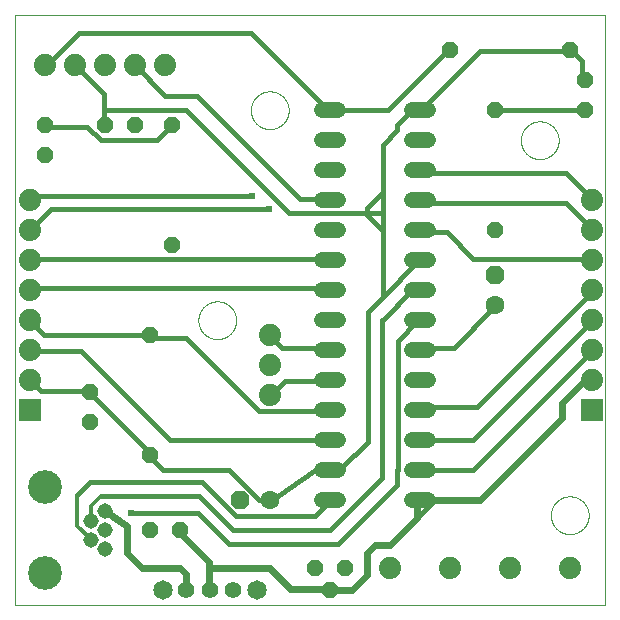
<source format=gtl>
G75*
%MOIN*%
%OFA0B0*%
%FSLAX25Y25*%
%IPPOS*%
%LPD*%
%AMOC8*
5,1,8,0,0,1.08239X$1,22.5*
%
%ADD10C,0.00000*%
%ADD11C,0.06300*%
%ADD12OC8,0.06300*%
%ADD13OC8,0.05200*%
%ADD14C,0.07400*%
%ADD15R,0.07400X0.07400*%
%ADD16C,0.05150*%
%ADD17C,0.11220*%
%ADD18C,0.05200*%
%ADD19C,0.05543*%
%ADD20C,0.06496*%
%ADD21C,0.01600*%
%ADD22C,0.02400*%
%ADD23C,0.01200*%
%ADD24C,0.02400*%
D10*
X0006014Y0002200D02*
X0202864Y0002200D01*
X0202864Y0199050D01*
X0006014Y0199050D01*
X0006014Y0002200D01*
X0067215Y0097200D02*
X0067217Y0097358D01*
X0067223Y0097516D01*
X0067233Y0097674D01*
X0067247Y0097832D01*
X0067265Y0097989D01*
X0067286Y0098146D01*
X0067312Y0098302D01*
X0067342Y0098458D01*
X0067375Y0098613D01*
X0067413Y0098766D01*
X0067454Y0098919D01*
X0067499Y0099071D01*
X0067548Y0099222D01*
X0067601Y0099371D01*
X0067657Y0099519D01*
X0067717Y0099665D01*
X0067781Y0099810D01*
X0067849Y0099953D01*
X0067920Y0100095D01*
X0067994Y0100235D01*
X0068072Y0100372D01*
X0068154Y0100508D01*
X0068238Y0100642D01*
X0068327Y0100773D01*
X0068418Y0100902D01*
X0068513Y0101029D01*
X0068610Y0101154D01*
X0068711Y0101276D01*
X0068815Y0101395D01*
X0068922Y0101512D01*
X0069032Y0101626D01*
X0069145Y0101737D01*
X0069260Y0101846D01*
X0069378Y0101951D01*
X0069499Y0102053D01*
X0069622Y0102153D01*
X0069748Y0102249D01*
X0069876Y0102342D01*
X0070006Y0102432D01*
X0070139Y0102518D01*
X0070274Y0102602D01*
X0070410Y0102681D01*
X0070549Y0102758D01*
X0070690Y0102830D01*
X0070832Y0102900D01*
X0070976Y0102965D01*
X0071122Y0103027D01*
X0071269Y0103085D01*
X0071418Y0103140D01*
X0071568Y0103191D01*
X0071719Y0103238D01*
X0071871Y0103281D01*
X0072024Y0103320D01*
X0072179Y0103356D01*
X0072334Y0103387D01*
X0072490Y0103415D01*
X0072646Y0103439D01*
X0072803Y0103459D01*
X0072961Y0103475D01*
X0073118Y0103487D01*
X0073277Y0103495D01*
X0073435Y0103499D01*
X0073593Y0103499D01*
X0073751Y0103495D01*
X0073910Y0103487D01*
X0074067Y0103475D01*
X0074225Y0103459D01*
X0074382Y0103439D01*
X0074538Y0103415D01*
X0074694Y0103387D01*
X0074849Y0103356D01*
X0075004Y0103320D01*
X0075157Y0103281D01*
X0075309Y0103238D01*
X0075460Y0103191D01*
X0075610Y0103140D01*
X0075759Y0103085D01*
X0075906Y0103027D01*
X0076052Y0102965D01*
X0076196Y0102900D01*
X0076338Y0102830D01*
X0076479Y0102758D01*
X0076618Y0102681D01*
X0076754Y0102602D01*
X0076889Y0102518D01*
X0077022Y0102432D01*
X0077152Y0102342D01*
X0077280Y0102249D01*
X0077406Y0102153D01*
X0077529Y0102053D01*
X0077650Y0101951D01*
X0077768Y0101846D01*
X0077883Y0101737D01*
X0077996Y0101626D01*
X0078106Y0101512D01*
X0078213Y0101395D01*
X0078317Y0101276D01*
X0078418Y0101154D01*
X0078515Y0101029D01*
X0078610Y0100902D01*
X0078701Y0100773D01*
X0078790Y0100642D01*
X0078874Y0100508D01*
X0078956Y0100372D01*
X0079034Y0100235D01*
X0079108Y0100095D01*
X0079179Y0099953D01*
X0079247Y0099810D01*
X0079311Y0099665D01*
X0079371Y0099519D01*
X0079427Y0099371D01*
X0079480Y0099222D01*
X0079529Y0099071D01*
X0079574Y0098919D01*
X0079615Y0098766D01*
X0079653Y0098613D01*
X0079686Y0098458D01*
X0079716Y0098302D01*
X0079742Y0098146D01*
X0079763Y0097989D01*
X0079781Y0097832D01*
X0079795Y0097674D01*
X0079805Y0097516D01*
X0079811Y0097358D01*
X0079813Y0097200D01*
X0079811Y0097042D01*
X0079805Y0096884D01*
X0079795Y0096726D01*
X0079781Y0096568D01*
X0079763Y0096411D01*
X0079742Y0096254D01*
X0079716Y0096098D01*
X0079686Y0095942D01*
X0079653Y0095787D01*
X0079615Y0095634D01*
X0079574Y0095481D01*
X0079529Y0095329D01*
X0079480Y0095178D01*
X0079427Y0095029D01*
X0079371Y0094881D01*
X0079311Y0094735D01*
X0079247Y0094590D01*
X0079179Y0094447D01*
X0079108Y0094305D01*
X0079034Y0094165D01*
X0078956Y0094028D01*
X0078874Y0093892D01*
X0078790Y0093758D01*
X0078701Y0093627D01*
X0078610Y0093498D01*
X0078515Y0093371D01*
X0078418Y0093246D01*
X0078317Y0093124D01*
X0078213Y0093005D01*
X0078106Y0092888D01*
X0077996Y0092774D01*
X0077883Y0092663D01*
X0077768Y0092554D01*
X0077650Y0092449D01*
X0077529Y0092347D01*
X0077406Y0092247D01*
X0077280Y0092151D01*
X0077152Y0092058D01*
X0077022Y0091968D01*
X0076889Y0091882D01*
X0076754Y0091798D01*
X0076618Y0091719D01*
X0076479Y0091642D01*
X0076338Y0091570D01*
X0076196Y0091500D01*
X0076052Y0091435D01*
X0075906Y0091373D01*
X0075759Y0091315D01*
X0075610Y0091260D01*
X0075460Y0091209D01*
X0075309Y0091162D01*
X0075157Y0091119D01*
X0075004Y0091080D01*
X0074849Y0091044D01*
X0074694Y0091013D01*
X0074538Y0090985D01*
X0074382Y0090961D01*
X0074225Y0090941D01*
X0074067Y0090925D01*
X0073910Y0090913D01*
X0073751Y0090905D01*
X0073593Y0090901D01*
X0073435Y0090901D01*
X0073277Y0090905D01*
X0073118Y0090913D01*
X0072961Y0090925D01*
X0072803Y0090941D01*
X0072646Y0090961D01*
X0072490Y0090985D01*
X0072334Y0091013D01*
X0072179Y0091044D01*
X0072024Y0091080D01*
X0071871Y0091119D01*
X0071719Y0091162D01*
X0071568Y0091209D01*
X0071418Y0091260D01*
X0071269Y0091315D01*
X0071122Y0091373D01*
X0070976Y0091435D01*
X0070832Y0091500D01*
X0070690Y0091570D01*
X0070549Y0091642D01*
X0070410Y0091719D01*
X0070274Y0091798D01*
X0070139Y0091882D01*
X0070006Y0091968D01*
X0069876Y0092058D01*
X0069748Y0092151D01*
X0069622Y0092247D01*
X0069499Y0092347D01*
X0069378Y0092449D01*
X0069260Y0092554D01*
X0069145Y0092663D01*
X0069032Y0092774D01*
X0068922Y0092888D01*
X0068815Y0093005D01*
X0068711Y0093124D01*
X0068610Y0093246D01*
X0068513Y0093371D01*
X0068418Y0093498D01*
X0068327Y0093627D01*
X0068238Y0093758D01*
X0068154Y0093892D01*
X0068072Y0094028D01*
X0067994Y0094165D01*
X0067920Y0094305D01*
X0067849Y0094447D01*
X0067781Y0094590D01*
X0067717Y0094735D01*
X0067657Y0094881D01*
X0067601Y0095029D01*
X0067548Y0095178D01*
X0067499Y0095329D01*
X0067454Y0095481D01*
X0067413Y0095634D01*
X0067375Y0095787D01*
X0067342Y0095942D01*
X0067312Y0096098D01*
X0067286Y0096254D01*
X0067265Y0096411D01*
X0067247Y0096568D01*
X0067233Y0096726D01*
X0067223Y0096884D01*
X0067217Y0097042D01*
X0067215Y0097200D01*
X0084715Y0167200D02*
X0084717Y0167358D01*
X0084723Y0167516D01*
X0084733Y0167674D01*
X0084747Y0167832D01*
X0084765Y0167989D01*
X0084786Y0168146D01*
X0084812Y0168302D01*
X0084842Y0168458D01*
X0084875Y0168613D01*
X0084913Y0168766D01*
X0084954Y0168919D01*
X0084999Y0169071D01*
X0085048Y0169222D01*
X0085101Y0169371D01*
X0085157Y0169519D01*
X0085217Y0169665D01*
X0085281Y0169810D01*
X0085349Y0169953D01*
X0085420Y0170095D01*
X0085494Y0170235D01*
X0085572Y0170372D01*
X0085654Y0170508D01*
X0085738Y0170642D01*
X0085827Y0170773D01*
X0085918Y0170902D01*
X0086013Y0171029D01*
X0086110Y0171154D01*
X0086211Y0171276D01*
X0086315Y0171395D01*
X0086422Y0171512D01*
X0086532Y0171626D01*
X0086645Y0171737D01*
X0086760Y0171846D01*
X0086878Y0171951D01*
X0086999Y0172053D01*
X0087122Y0172153D01*
X0087248Y0172249D01*
X0087376Y0172342D01*
X0087506Y0172432D01*
X0087639Y0172518D01*
X0087774Y0172602D01*
X0087910Y0172681D01*
X0088049Y0172758D01*
X0088190Y0172830D01*
X0088332Y0172900D01*
X0088476Y0172965D01*
X0088622Y0173027D01*
X0088769Y0173085D01*
X0088918Y0173140D01*
X0089068Y0173191D01*
X0089219Y0173238D01*
X0089371Y0173281D01*
X0089524Y0173320D01*
X0089679Y0173356D01*
X0089834Y0173387D01*
X0089990Y0173415D01*
X0090146Y0173439D01*
X0090303Y0173459D01*
X0090461Y0173475D01*
X0090618Y0173487D01*
X0090777Y0173495D01*
X0090935Y0173499D01*
X0091093Y0173499D01*
X0091251Y0173495D01*
X0091410Y0173487D01*
X0091567Y0173475D01*
X0091725Y0173459D01*
X0091882Y0173439D01*
X0092038Y0173415D01*
X0092194Y0173387D01*
X0092349Y0173356D01*
X0092504Y0173320D01*
X0092657Y0173281D01*
X0092809Y0173238D01*
X0092960Y0173191D01*
X0093110Y0173140D01*
X0093259Y0173085D01*
X0093406Y0173027D01*
X0093552Y0172965D01*
X0093696Y0172900D01*
X0093838Y0172830D01*
X0093979Y0172758D01*
X0094118Y0172681D01*
X0094254Y0172602D01*
X0094389Y0172518D01*
X0094522Y0172432D01*
X0094652Y0172342D01*
X0094780Y0172249D01*
X0094906Y0172153D01*
X0095029Y0172053D01*
X0095150Y0171951D01*
X0095268Y0171846D01*
X0095383Y0171737D01*
X0095496Y0171626D01*
X0095606Y0171512D01*
X0095713Y0171395D01*
X0095817Y0171276D01*
X0095918Y0171154D01*
X0096015Y0171029D01*
X0096110Y0170902D01*
X0096201Y0170773D01*
X0096290Y0170642D01*
X0096374Y0170508D01*
X0096456Y0170372D01*
X0096534Y0170235D01*
X0096608Y0170095D01*
X0096679Y0169953D01*
X0096747Y0169810D01*
X0096811Y0169665D01*
X0096871Y0169519D01*
X0096927Y0169371D01*
X0096980Y0169222D01*
X0097029Y0169071D01*
X0097074Y0168919D01*
X0097115Y0168766D01*
X0097153Y0168613D01*
X0097186Y0168458D01*
X0097216Y0168302D01*
X0097242Y0168146D01*
X0097263Y0167989D01*
X0097281Y0167832D01*
X0097295Y0167674D01*
X0097305Y0167516D01*
X0097311Y0167358D01*
X0097313Y0167200D01*
X0097311Y0167042D01*
X0097305Y0166884D01*
X0097295Y0166726D01*
X0097281Y0166568D01*
X0097263Y0166411D01*
X0097242Y0166254D01*
X0097216Y0166098D01*
X0097186Y0165942D01*
X0097153Y0165787D01*
X0097115Y0165634D01*
X0097074Y0165481D01*
X0097029Y0165329D01*
X0096980Y0165178D01*
X0096927Y0165029D01*
X0096871Y0164881D01*
X0096811Y0164735D01*
X0096747Y0164590D01*
X0096679Y0164447D01*
X0096608Y0164305D01*
X0096534Y0164165D01*
X0096456Y0164028D01*
X0096374Y0163892D01*
X0096290Y0163758D01*
X0096201Y0163627D01*
X0096110Y0163498D01*
X0096015Y0163371D01*
X0095918Y0163246D01*
X0095817Y0163124D01*
X0095713Y0163005D01*
X0095606Y0162888D01*
X0095496Y0162774D01*
X0095383Y0162663D01*
X0095268Y0162554D01*
X0095150Y0162449D01*
X0095029Y0162347D01*
X0094906Y0162247D01*
X0094780Y0162151D01*
X0094652Y0162058D01*
X0094522Y0161968D01*
X0094389Y0161882D01*
X0094254Y0161798D01*
X0094118Y0161719D01*
X0093979Y0161642D01*
X0093838Y0161570D01*
X0093696Y0161500D01*
X0093552Y0161435D01*
X0093406Y0161373D01*
X0093259Y0161315D01*
X0093110Y0161260D01*
X0092960Y0161209D01*
X0092809Y0161162D01*
X0092657Y0161119D01*
X0092504Y0161080D01*
X0092349Y0161044D01*
X0092194Y0161013D01*
X0092038Y0160985D01*
X0091882Y0160961D01*
X0091725Y0160941D01*
X0091567Y0160925D01*
X0091410Y0160913D01*
X0091251Y0160905D01*
X0091093Y0160901D01*
X0090935Y0160901D01*
X0090777Y0160905D01*
X0090618Y0160913D01*
X0090461Y0160925D01*
X0090303Y0160941D01*
X0090146Y0160961D01*
X0089990Y0160985D01*
X0089834Y0161013D01*
X0089679Y0161044D01*
X0089524Y0161080D01*
X0089371Y0161119D01*
X0089219Y0161162D01*
X0089068Y0161209D01*
X0088918Y0161260D01*
X0088769Y0161315D01*
X0088622Y0161373D01*
X0088476Y0161435D01*
X0088332Y0161500D01*
X0088190Y0161570D01*
X0088049Y0161642D01*
X0087910Y0161719D01*
X0087774Y0161798D01*
X0087639Y0161882D01*
X0087506Y0161968D01*
X0087376Y0162058D01*
X0087248Y0162151D01*
X0087122Y0162247D01*
X0086999Y0162347D01*
X0086878Y0162449D01*
X0086760Y0162554D01*
X0086645Y0162663D01*
X0086532Y0162774D01*
X0086422Y0162888D01*
X0086315Y0163005D01*
X0086211Y0163124D01*
X0086110Y0163246D01*
X0086013Y0163371D01*
X0085918Y0163498D01*
X0085827Y0163627D01*
X0085738Y0163758D01*
X0085654Y0163892D01*
X0085572Y0164028D01*
X0085494Y0164165D01*
X0085420Y0164305D01*
X0085349Y0164447D01*
X0085281Y0164590D01*
X0085217Y0164735D01*
X0085157Y0164881D01*
X0085101Y0165029D01*
X0085048Y0165178D01*
X0084999Y0165329D01*
X0084954Y0165481D01*
X0084913Y0165634D01*
X0084875Y0165787D01*
X0084842Y0165942D01*
X0084812Y0166098D01*
X0084786Y0166254D01*
X0084765Y0166411D01*
X0084747Y0166568D01*
X0084733Y0166726D01*
X0084723Y0166884D01*
X0084717Y0167042D01*
X0084715Y0167200D01*
X0174715Y0157200D02*
X0174717Y0157358D01*
X0174723Y0157516D01*
X0174733Y0157674D01*
X0174747Y0157832D01*
X0174765Y0157989D01*
X0174786Y0158146D01*
X0174812Y0158302D01*
X0174842Y0158458D01*
X0174875Y0158613D01*
X0174913Y0158766D01*
X0174954Y0158919D01*
X0174999Y0159071D01*
X0175048Y0159222D01*
X0175101Y0159371D01*
X0175157Y0159519D01*
X0175217Y0159665D01*
X0175281Y0159810D01*
X0175349Y0159953D01*
X0175420Y0160095D01*
X0175494Y0160235D01*
X0175572Y0160372D01*
X0175654Y0160508D01*
X0175738Y0160642D01*
X0175827Y0160773D01*
X0175918Y0160902D01*
X0176013Y0161029D01*
X0176110Y0161154D01*
X0176211Y0161276D01*
X0176315Y0161395D01*
X0176422Y0161512D01*
X0176532Y0161626D01*
X0176645Y0161737D01*
X0176760Y0161846D01*
X0176878Y0161951D01*
X0176999Y0162053D01*
X0177122Y0162153D01*
X0177248Y0162249D01*
X0177376Y0162342D01*
X0177506Y0162432D01*
X0177639Y0162518D01*
X0177774Y0162602D01*
X0177910Y0162681D01*
X0178049Y0162758D01*
X0178190Y0162830D01*
X0178332Y0162900D01*
X0178476Y0162965D01*
X0178622Y0163027D01*
X0178769Y0163085D01*
X0178918Y0163140D01*
X0179068Y0163191D01*
X0179219Y0163238D01*
X0179371Y0163281D01*
X0179524Y0163320D01*
X0179679Y0163356D01*
X0179834Y0163387D01*
X0179990Y0163415D01*
X0180146Y0163439D01*
X0180303Y0163459D01*
X0180461Y0163475D01*
X0180618Y0163487D01*
X0180777Y0163495D01*
X0180935Y0163499D01*
X0181093Y0163499D01*
X0181251Y0163495D01*
X0181410Y0163487D01*
X0181567Y0163475D01*
X0181725Y0163459D01*
X0181882Y0163439D01*
X0182038Y0163415D01*
X0182194Y0163387D01*
X0182349Y0163356D01*
X0182504Y0163320D01*
X0182657Y0163281D01*
X0182809Y0163238D01*
X0182960Y0163191D01*
X0183110Y0163140D01*
X0183259Y0163085D01*
X0183406Y0163027D01*
X0183552Y0162965D01*
X0183696Y0162900D01*
X0183838Y0162830D01*
X0183979Y0162758D01*
X0184118Y0162681D01*
X0184254Y0162602D01*
X0184389Y0162518D01*
X0184522Y0162432D01*
X0184652Y0162342D01*
X0184780Y0162249D01*
X0184906Y0162153D01*
X0185029Y0162053D01*
X0185150Y0161951D01*
X0185268Y0161846D01*
X0185383Y0161737D01*
X0185496Y0161626D01*
X0185606Y0161512D01*
X0185713Y0161395D01*
X0185817Y0161276D01*
X0185918Y0161154D01*
X0186015Y0161029D01*
X0186110Y0160902D01*
X0186201Y0160773D01*
X0186290Y0160642D01*
X0186374Y0160508D01*
X0186456Y0160372D01*
X0186534Y0160235D01*
X0186608Y0160095D01*
X0186679Y0159953D01*
X0186747Y0159810D01*
X0186811Y0159665D01*
X0186871Y0159519D01*
X0186927Y0159371D01*
X0186980Y0159222D01*
X0187029Y0159071D01*
X0187074Y0158919D01*
X0187115Y0158766D01*
X0187153Y0158613D01*
X0187186Y0158458D01*
X0187216Y0158302D01*
X0187242Y0158146D01*
X0187263Y0157989D01*
X0187281Y0157832D01*
X0187295Y0157674D01*
X0187305Y0157516D01*
X0187311Y0157358D01*
X0187313Y0157200D01*
X0187311Y0157042D01*
X0187305Y0156884D01*
X0187295Y0156726D01*
X0187281Y0156568D01*
X0187263Y0156411D01*
X0187242Y0156254D01*
X0187216Y0156098D01*
X0187186Y0155942D01*
X0187153Y0155787D01*
X0187115Y0155634D01*
X0187074Y0155481D01*
X0187029Y0155329D01*
X0186980Y0155178D01*
X0186927Y0155029D01*
X0186871Y0154881D01*
X0186811Y0154735D01*
X0186747Y0154590D01*
X0186679Y0154447D01*
X0186608Y0154305D01*
X0186534Y0154165D01*
X0186456Y0154028D01*
X0186374Y0153892D01*
X0186290Y0153758D01*
X0186201Y0153627D01*
X0186110Y0153498D01*
X0186015Y0153371D01*
X0185918Y0153246D01*
X0185817Y0153124D01*
X0185713Y0153005D01*
X0185606Y0152888D01*
X0185496Y0152774D01*
X0185383Y0152663D01*
X0185268Y0152554D01*
X0185150Y0152449D01*
X0185029Y0152347D01*
X0184906Y0152247D01*
X0184780Y0152151D01*
X0184652Y0152058D01*
X0184522Y0151968D01*
X0184389Y0151882D01*
X0184254Y0151798D01*
X0184118Y0151719D01*
X0183979Y0151642D01*
X0183838Y0151570D01*
X0183696Y0151500D01*
X0183552Y0151435D01*
X0183406Y0151373D01*
X0183259Y0151315D01*
X0183110Y0151260D01*
X0182960Y0151209D01*
X0182809Y0151162D01*
X0182657Y0151119D01*
X0182504Y0151080D01*
X0182349Y0151044D01*
X0182194Y0151013D01*
X0182038Y0150985D01*
X0181882Y0150961D01*
X0181725Y0150941D01*
X0181567Y0150925D01*
X0181410Y0150913D01*
X0181251Y0150905D01*
X0181093Y0150901D01*
X0180935Y0150901D01*
X0180777Y0150905D01*
X0180618Y0150913D01*
X0180461Y0150925D01*
X0180303Y0150941D01*
X0180146Y0150961D01*
X0179990Y0150985D01*
X0179834Y0151013D01*
X0179679Y0151044D01*
X0179524Y0151080D01*
X0179371Y0151119D01*
X0179219Y0151162D01*
X0179068Y0151209D01*
X0178918Y0151260D01*
X0178769Y0151315D01*
X0178622Y0151373D01*
X0178476Y0151435D01*
X0178332Y0151500D01*
X0178190Y0151570D01*
X0178049Y0151642D01*
X0177910Y0151719D01*
X0177774Y0151798D01*
X0177639Y0151882D01*
X0177506Y0151968D01*
X0177376Y0152058D01*
X0177248Y0152151D01*
X0177122Y0152247D01*
X0176999Y0152347D01*
X0176878Y0152449D01*
X0176760Y0152554D01*
X0176645Y0152663D01*
X0176532Y0152774D01*
X0176422Y0152888D01*
X0176315Y0153005D01*
X0176211Y0153124D01*
X0176110Y0153246D01*
X0176013Y0153371D01*
X0175918Y0153498D01*
X0175827Y0153627D01*
X0175738Y0153758D01*
X0175654Y0153892D01*
X0175572Y0154028D01*
X0175494Y0154165D01*
X0175420Y0154305D01*
X0175349Y0154447D01*
X0175281Y0154590D01*
X0175217Y0154735D01*
X0175157Y0154881D01*
X0175101Y0155029D01*
X0175048Y0155178D01*
X0174999Y0155329D01*
X0174954Y0155481D01*
X0174913Y0155634D01*
X0174875Y0155787D01*
X0174842Y0155942D01*
X0174812Y0156098D01*
X0174786Y0156254D01*
X0174765Y0156411D01*
X0174747Y0156568D01*
X0174733Y0156726D01*
X0174723Y0156884D01*
X0174717Y0157042D01*
X0174715Y0157200D01*
X0184715Y0032200D02*
X0184717Y0032358D01*
X0184723Y0032516D01*
X0184733Y0032674D01*
X0184747Y0032832D01*
X0184765Y0032989D01*
X0184786Y0033146D01*
X0184812Y0033302D01*
X0184842Y0033458D01*
X0184875Y0033613D01*
X0184913Y0033766D01*
X0184954Y0033919D01*
X0184999Y0034071D01*
X0185048Y0034222D01*
X0185101Y0034371D01*
X0185157Y0034519D01*
X0185217Y0034665D01*
X0185281Y0034810D01*
X0185349Y0034953D01*
X0185420Y0035095D01*
X0185494Y0035235D01*
X0185572Y0035372D01*
X0185654Y0035508D01*
X0185738Y0035642D01*
X0185827Y0035773D01*
X0185918Y0035902D01*
X0186013Y0036029D01*
X0186110Y0036154D01*
X0186211Y0036276D01*
X0186315Y0036395D01*
X0186422Y0036512D01*
X0186532Y0036626D01*
X0186645Y0036737D01*
X0186760Y0036846D01*
X0186878Y0036951D01*
X0186999Y0037053D01*
X0187122Y0037153D01*
X0187248Y0037249D01*
X0187376Y0037342D01*
X0187506Y0037432D01*
X0187639Y0037518D01*
X0187774Y0037602D01*
X0187910Y0037681D01*
X0188049Y0037758D01*
X0188190Y0037830D01*
X0188332Y0037900D01*
X0188476Y0037965D01*
X0188622Y0038027D01*
X0188769Y0038085D01*
X0188918Y0038140D01*
X0189068Y0038191D01*
X0189219Y0038238D01*
X0189371Y0038281D01*
X0189524Y0038320D01*
X0189679Y0038356D01*
X0189834Y0038387D01*
X0189990Y0038415D01*
X0190146Y0038439D01*
X0190303Y0038459D01*
X0190461Y0038475D01*
X0190618Y0038487D01*
X0190777Y0038495D01*
X0190935Y0038499D01*
X0191093Y0038499D01*
X0191251Y0038495D01*
X0191410Y0038487D01*
X0191567Y0038475D01*
X0191725Y0038459D01*
X0191882Y0038439D01*
X0192038Y0038415D01*
X0192194Y0038387D01*
X0192349Y0038356D01*
X0192504Y0038320D01*
X0192657Y0038281D01*
X0192809Y0038238D01*
X0192960Y0038191D01*
X0193110Y0038140D01*
X0193259Y0038085D01*
X0193406Y0038027D01*
X0193552Y0037965D01*
X0193696Y0037900D01*
X0193838Y0037830D01*
X0193979Y0037758D01*
X0194118Y0037681D01*
X0194254Y0037602D01*
X0194389Y0037518D01*
X0194522Y0037432D01*
X0194652Y0037342D01*
X0194780Y0037249D01*
X0194906Y0037153D01*
X0195029Y0037053D01*
X0195150Y0036951D01*
X0195268Y0036846D01*
X0195383Y0036737D01*
X0195496Y0036626D01*
X0195606Y0036512D01*
X0195713Y0036395D01*
X0195817Y0036276D01*
X0195918Y0036154D01*
X0196015Y0036029D01*
X0196110Y0035902D01*
X0196201Y0035773D01*
X0196290Y0035642D01*
X0196374Y0035508D01*
X0196456Y0035372D01*
X0196534Y0035235D01*
X0196608Y0035095D01*
X0196679Y0034953D01*
X0196747Y0034810D01*
X0196811Y0034665D01*
X0196871Y0034519D01*
X0196927Y0034371D01*
X0196980Y0034222D01*
X0197029Y0034071D01*
X0197074Y0033919D01*
X0197115Y0033766D01*
X0197153Y0033613D01*
X0197186Y0033458D01*
X0197216Y0033302D01*
X0197242Y0033146D01*
X0197263Y0032989D01*
X0197281Y0032832D01*
X0197295Y0032674D01*
X0197305Y0032516D01*
X0197311Y0032358D01*
X0197313Y0032200D01*
X0197311Y0032042D01*
X0197305Y0031884D01*
X0197295Y0031726D01*
X0197281Y0031568D01*
X0197263Y0031411D01*
X0197242Y0031254D01*
X0197216Y0031098D01*
X0197186Y0030942D01*
X0197153Y0030787D01*
X0197115Y0030634D01*
X0197074Y0030481D01*
X0197029Y0030329D01*
X0196980Y0030178D01*
X0196927Y0030029D01*
X0196871Y0029881D01*
X0196811Y0029735D01*
X0196747Y0029590D01*
X0196679Y0029447D01*
X0196608Y0029305D01*
X0196534Y0029165D01*
X0196456Y0029028D01*
X0196374Y0028892D01*
X0196290Y0028758D01*
X0196201Y0028627D01*
X0196110Y0028498D01*
X0196015Y0028371D01*
X0195918Y0028246D01*
X0195817Y0028124D01*
X0195713Y0028005D01*
X0195606Y0027888D01*
X0195496Y0027774D01*
X0195383Y0027663D01*
X0195268Y0027554D01*
X0195150Y0027449D01*
X0195029Y0027347D01*
X0194906Y0027247D01*
X0194780Y0027151D01*
X0194652Y0027058D01*
X0194522Y0026968D01*
X0194389Y0026882D01*
X0194254Y0026798D01*
X0194118Y0026719D01*
X0193979Y0026642D01*
X0193838Y0026570D01*
X0193696Y0026500D01*
X0193552Y0026435D01*
X0193406Y0026373D01*
X0193259Y0026315D01*
X0193110Y0026260D01*
X0192960Y0026209D01*
X0192809Y0026162D01*
X0192657Y0026119D01*
X0192504Y0026080D01*
X0192349Y0026044D01*
X0192194Y0026013D01*
X0192038Y0025985D01*
X0191882Y0025961D01*
X0191725Y0025941D01*
X0191567Y0025925D01*
X0191410Y0025913D01*
X0191251Y0025905D01*
X0191093Y0025901D01*
X0190935Y0025901D01*
X0190777Y0025905D01*
X0190618Y0025913D01*
X0190461Y0025925D01*
X0190303Y0025941D01*
X0190146Y0025961D01*
X0189990Y0025985D01*
X0189834Y0026013D01*
X0189679Y0026044D01*
X0189524Y0026080D01*
X0189371Y0026119D01*
X0189219Y0026162D01*
X0189068Y0026209D01*
X0188918Y0026260D01*
X0188769Y0026315D01*
X0188622Y0026373D01*
X0188476Y0026435D01*
X0188332Y0026500D01*
X0188190Y0026570D01*
X0188049Y0026642D01*
X0187910Y0026719D01*
X0187774Y0026798D01*
X0187639Y0026882D01*
X0187506Y0026968D01*
X0187376Y0027058D01*
X0187248Y0027151D01*
X0187122Y0027247D01*
X0186999Y0027347D01*
X0186878Y0027449D01*
X0186760Y0027554D01*
X0186645Y0027663D01*
X0186532Y0027774D01*
X0186422Y0027888D01*
X0186315Y0028005D01*
X0186211Y0028124D01*
X0186110Y0028246D01*
X0186013Y0028371D01*
X0185918Y0028498D01*
X0185827Y0028627D01*
X0185738Y0028758D01*
X0185654Y0028892D01*
X0185572Y0029028D01*
X0185494Y0029165D01*
X0185420Y0029305D01*
X0185349Y0029447D01*
X0185281Y0029590D01*
X0185217Y0029735D01*
X0185157Y0029881D01*
X0185101Y0030029D01*
X0185048Y0030178D01*
X0184999Y0030329D01*
X0184954Y0030481D01*
X0184913Y0030634D01*
X0184875Y0030787D01*
X0184842Y0030942D01*
X0184812Y0031098D01*
X0184786Y0031254D01*
X0184765Y0031411D01*
X0184747Y0031568D01*
X0184733Y0031726D01*
X0184723Y0031884D01*
X0184717Y0032042D01*
X0184715Y0032200D01*
D11*
X0166014Y0102200D03*
X0091014Y0037200D03*
D12*
X0081014Y0037200D03*
X0166014Y0112200D03*
D13*
X0166014Y0127200D03*
X0166014Y0167200D03*
X0151014Y0187200D03*
X0191014Y0187200D03*
X0196014Y0177200D03*
X0196014Y0167200D03*
X0058514Y0162200D03*
X0046014Y0162200D03*
X0036014Y0162200D03*
X0016014Y0162200D03*
X0016014Y0152200D03*
X0058514Y0122200D03*
X0051014Y0092200D03*
X0031014Y0073263D03*
X0031014Y0063263D03*
X0051014Y0052200D03*
X0051014Y0027200D03*
X0061014Y0027200D03*
X0106014Y0014700D03*
X0111014Y0007200D03*
X0116014Y0014700D03*
D14*
X0131014Y0014700D03*
X0151014Y0014700D03*
X0171014Y0014700D03*
X0191014Y0014700D03*
X0198514Y0077200D03*
X0198514Y0087200D03*
X0198514Y0097200D03*
X0198514Y0107200D03*
X0198514Y0117200D03*
X0198514Y0127200D03*
X0198514Y0137200D03*
X0091014Y0092200D03*
X0091014Y0082200D03*
X0091014Y0072200D03*
X0011014Y0077200D03*
X0011014Y0087200D03*
X0011014Y0097200D03*
X0011014Y0107200D03*
X0011014Y0117200D03*
X0011014Y0127200D03*
X0011014Y0137200D03*
X0016014Y0182200D03*
X0026014Y0182200D03*
X0036014Y0182200D03*
X0046014Y0182200D03*
X0056014Y0182200D03*
D15*
X0011014Y0067200D03*
X0198514Y0067200D03*
D16*
X0036093Y0033499D03*
X0031368Y0030350D03*
X0036093Y0027200D03*
X0031368Y0024050D03*
X0036093Y0020901D03*
D17*
X0016014Y0012830D03*
X0016014Y0041570D03*
D18*
X0108414Y0037200D02*
X0113614Y0037200D01*
X0113614Y0047200D02*
X0108414Y0047200D01*
X0108414Y0057200D02*
X0113614Y0057200D01*
X0113614Y0067200D02*
X0108414Y0067200D01*
X0108414Y0077200D02*
X0113614Y0077200D01*
X0113614Y0087200D02*
X0108414Y0087200D01*
X0108414Y0097200D02*
X0113614Y0097200D01*
X0113614Y0107200D02*
X0108414Y0107200D01*
X0108414Y0117200D02*
X0113614Y0117200D01*
X0113614Y0127200D02*
X0108414Y0127200D01*
X0108414Y0137200D02*
X0113614Y0137200D01*
X0113614Y0147200D02*
X0108414Y0147200D01*
X0108414Y0157200D02*
X0113614Y0157200D01*
X0113614Y0167200D02*
X0108414Y0167200D01*
X0138414Y0167200D02*
X0143614Y0167200D01*
X0143614Y0157200D02*
X0138414Y0157200D01*
X0138414Y0147200D02*
X0143614Y0147200D01*
X0143614Y0137200D02*
X0138414Y0137200D01*
X0138414Y0127200D02*
X0143614Y0127200D01*
X0143614Y0117200D02*
X0138414Y0117200D01*
X0138414Y0107200D02*
X0143614Y0107200D01*
X0143614Y0097200D02*
X0138414Y0097200D01*
X0138414Y0087200D02*
X0143614Y0087200D01*
X0143614Y0077200D02*
X0138414Y0077200D01*
X0138414Y0067200D02*
X0143614Y0067200D01*
X0143614Y0057200D02*
X0138414Y0057200D01*
X0138414Y0047200D02*
X0143614Y0047200D01*
X0143614Y0037200D02*
X0138414Y0037200D01*
D19*
X0078888Y0007200D03*
X0071014Y0007200D03*
X0063140Y0007200D03*
D20*
X0055266Y0007200D03*
X0086762Y0007200D03*
D21*
X0071014Y0007200D02*
X0070914Y0007700D01*
X0077514Y0022500D02*
X0067014Y0033000D01*
X0044814Y0033000D01*
X0034614Y0038500D02*
X0067314Y0038500D01*
X0078614Y0027200D01*
X0111014Y0027200D01*
X0128514Y0044700D01*
X0128514Y0097286D01*
X0128600Y0097286D01*
X0138514Y0107200D01*
X0141014Y0107200D01*
X0140214Y0116600D02*
X0141014Y0117200D01*
X0140214Y0116600D02*
X0128614Y0105000D01*
X0128614Y0133100D01*
X0097314Y0133100D01*
X0063214Y0167200D01*
X0035714Y0167200D01*
X0035714Y0162800D01*
X0036014Y0162200D01*
X0034614Y0157300D02*
X0053314Y0157300D01*
X0057714Y0161700D01*
X0058514Y0162200D01*
X0057714Y0162800D01*
X0056114Y0172100D02*
X0046014Y0182200D01*
X0035714Y0172700D02*
X0026914Y0181500D01*
X0026014Y0182200D01*
X0017014Y0182600D02*
X0016014Y0182200D01*
X0017014Y0182600D02*
X0027514Y0193100D01*
X0084614Y0193100D01*
X0110514Y0167200D01*
X0111014Y0167200D01*
X0130314Y0167200D01*
X0150114Y0187000D01*
X0151014Y0187200D01*
X0161114Y0187000D02*
X0141314Y0167200D01*
X0141014Y0167200D01*
X0138514Y0167200D01*
X0133514Y0162200D01*
X0133514Y0160500D01*
X0128614Y0155600D01*
X0128614Y0133100D01*
X0123514Y0132200D02*
X0123514Y0134700D01*
X0128514Y0139700D01*
X0123514Y0132200D02*
X0128514Y0127200D01*
X0141014Y0127200D02*
X0141314Y0126500D01*
X0150014Y0126500D01*
X0158814Y0117700D01*
X0198514Y0117700D01*
X0198514Y0117200D01*
X0198514Y0107200D02*
X0198514Y0106700D01*
X0160014Y0068200D01*
X0141314Y0068200D01*
X0141014Y0067200D01*
X0141014Y0057200D02*
X0158914Y0057200D01*
X0198514Y0096800D01*
X0198514Y0097200D01*
X0198514Y0087200D02*
X0198514Y0086900D01*
X0158914Y0047300D01*
X0141314Y0047300D01*
X0141014Y0047200D01*
X0133614Y0047300D02*
X0133514Y0047200D01*
X0133514Y0042200D01*
X0113814Y0022500D01*
X0077514Y0022500D01*
X0079714Y0031900D02*
X0106114Y0031900D01*
X0110514Y0036300D01*
X0111014Y0037200D01*
X0111014Y0047200D02*
X0111614Y0047300D01*
X0111614Y0047800D01*
X0107214Y0047800D01*
X0091814Y0037400D01*
X0091014Y0037200D01*
X0090714Y0037400D01*
X0087414Y0037400D01*
X0077514Y0047300D01*
X0055514Y0047300D01*
X0051114Y0051700D01*
X0051014Y0052200D01*
X0051114Y0052800D01*
X0031314Y0072600D01*
X0031014Y0073263D01*
X0030214Y0073700D01*
X0014814Y0073700D01*
X0011514Y0077000D01*
X0011014Y0077200D01*
X0011514Y0086900D02*
X0011014Y0087200D01*
X0011514Y0086900D02*
X0028014Y0086900D01*
X0057714Y0057200D01*
X0111014Y0057200D01*
X0111614Y0047800D02*
X0114914Y0047800D01*
X0123714Y0056600D01*
X0123714Y0100100D01*
X0128614Y0105000D01*
X0140214Y0096800D02*
X0141014Y0097200D01*
X0140214Y0096800D02*
X0133614Y0090200D01*
X0133614Y0047300D01*
X0141014Y0037200D02*
X0141314Y0037400D01*
X0141014Y0037200D02*
X0140214Y0036300D01*
X0141014Y0032200D02*
X0146014Y0037200D01*
X0111014Y0007200D02*
X0110514Y0007700D01*
X0079714Y0031900D02*
X0068414Y0043200D01*
X0031014Y0043200D01*
X0026914Y0039100D01*
X0031314Y0030800D02*
X0031368Y0030350D01*
X0031314Y0024200D02*
X0031368Y0024050D01*
X0087414Y0067100D02*
X0110514Y0067100D01*
X0111014Y0067200D01*
X0110514Y0077000D02*
X0111014Y0077200D01*
X0110514Y0077000D02*
X0096214Y0077000D01*
X0091814Y0072600D01*
X0091014Y0072200D01*
X0087414Y0067100D02*
X0063214Y0091300D01*
X0051114Y0091300D01*
X0051014Y0092200D01*
X0050014Y0092400D01*
X0015914Y0092400D01*
X0011514Y0096800D01*
X0011014Y0097200D01*
X0011014Y0107200D02*
X0011514Y0107800D01*
X0110514Y0107800D01*
X0111014Y0107200D01*
X0111014Y0117200D02*
X0110514Y0117700D01*
X0011514Y0117700D01*
X0011014Y0117200D01*
X0011014Y0127200D02*
X0011514Y0127600D01*
X0018114Y0134200D01*
X0090714Y0134200D01*
X0085214Y0138600D02*
X0012614Y0138600D01*
X0011514Y0137500D01*
X0011014Y0137200D01*
X0034614Y0157300D02*
X0030214Y0161700D01*
X0017014Y0161700D01*
X0016014Y0162200D01*
X0035714Y0167200D02*
X0035714Y0172700D01*
X0056114Y0172100D02*
X0066614Y0172100D01*
X0101214Y0137500D01*
X0110514Y0137500D01*
X0111014Y0137200D01*
X0141014Y0137200D02*
X0141314Y0136400D01*
X0189714Y0136400D01*
X0198514Y0127600D01*
X0198514Y0127200D01*
X0198514Y0137200D02*
X0198514Y0137500D01*
X0189714Y0146300D01*
X0141314Y0146300D01*
X0141014Y0147200D01*
X0166014Y0167200D02*
X0196014Y0167200D01*
X0196014Y0177200D02*
X0195214Y0178200D01*
X0195214Y0183700D01*
X0191914Y0187000D01*
X0191014Y0187200D01*
X0190814Y0187000D01*
X0161114Y0187000D01*
X0166014Y0102200D02*
X0165514Y0101200D01*
X0152314Y0088000D01*
X0141314Y0088000D01*
X0141014Y0087200D01*
X0111014Y0087200D02*
X0110514Y0088000D01*
X0095114Y0088000D01*
X0091814Y0091300D01*
X0091014Y0092200D01*
X0198514Y0077200D02*
X0198514Y0077000D01*
D22*
X0090714Y0134200D03*
X0085214Y0138600D03*
X0044814Y0033000D03*
D23*
X0034614Y0038500D02*
X0031314Y0035200D01*
X0031314Y0030800D01*
X0026914Y0028600D02*
X0026914Y0039100D01*
X0026914Y0028600D02*
X0031314Y0024200D01*
D24*
X0036093Y0033499D02*
X0043514Y0028578D01*
X0043514Y0019700D01*
X0048514Y0014700D01*
X0061014Y0014700D01*
X0063140Y0012574D01*
X0063140Y0007200D01*
X0070914Y0007700D02*
X0070914Y0014600D01*
X0091014Y0014600D01*
X0097914Y0007700D01*
X0110514Y0007700D01*
X0111014Y0007200D02*
X0118514Y0007200D01*
X0123514Y0012200D01*
X0123514Y0019700D01*
X0126014Y0022200D01*
X0131014Y0022200D01*
X0140214Y0031400D01*
X0140214Y0036300D01*
X0141314Y0037400D02*
X0161214Y0037400D01*
X0188514Y0064700D01*
X0188514Y0069700D01*
X0196014Y0077200D01*
X0198514Y0077200D01*
X0070914Y0016500D02*
X0070914Y0014600D01*
X0070914Y0016500D02*
X0061014Y0026400D01*
X0061014Y0027200D01*
M02*

</source>
